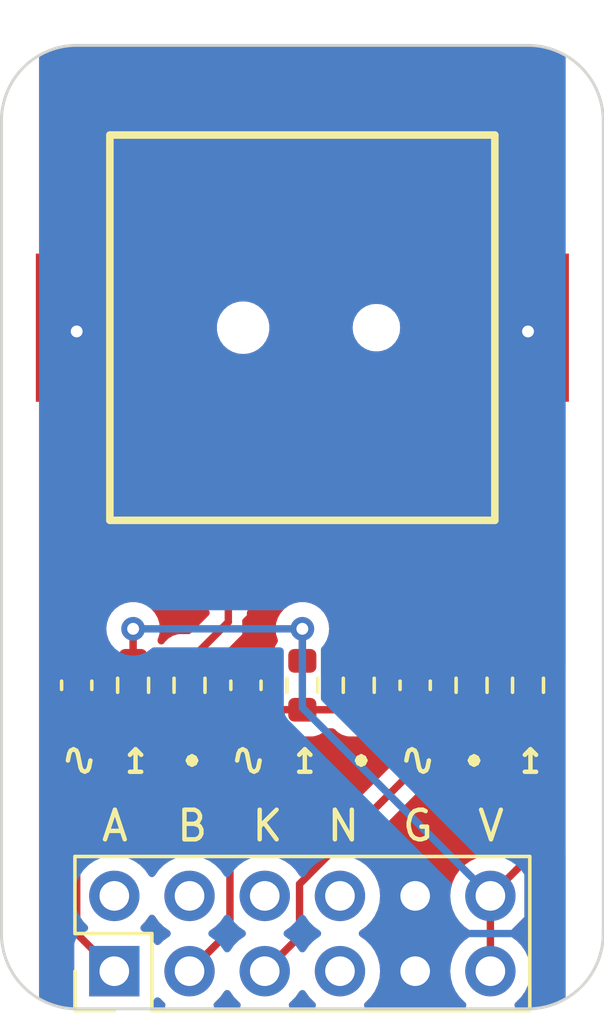
<source format=kicad_pcb>
(kicad_pcb (version 20221018) (generator pcbnew)
  (layers (0 "F.Cu" signal) (31 "B.Cu" signal) (34 "B.Paste" user) (35 "F.Paste" user) (36 "B.SilkS" user "B.Silkscreen") (37 "F.SilkS" user "F.Silkscreen") (38 "B.Mask" user) (39 "F.Mask" user) (44 "Edge.Cuts" user))
  (net 0 "")
  (net 1 "/EC11/EC11_A")
  (net 2 "GND")
  (net 3 "/EC11/EC11_B")
  (net 4 "/EC11/EC11_KEY")
  (net 5 "/PMOD_GPIO/IO4")
  (net 6 "/PMOD_GPIO/IO5")
  (net 7 "/PMOD_GPIO/IO6")
  (net 8 "/PMOD_GPIO/IO7")
  (net 9 "/PMOD_GPIO/IO8")
  (net 10 "+3V3")
  (net 11 "Net-(R3-Pad2)")
  (net 12 "Net-(R4-Pad2)")
  (net 13 "Net-(R5-Pad1)")
  (footprint "Resistor_SMD:R_0603_1608Metric" (layer "F.Cu") (at 128.905 80.5245 90)
    (fp_text reference "R4" hide)
    (fp_text value "470R" hide)
    (fp_line (start -0.237258 -0.5225) (end 0.237258 -0.5225) (stroke (width 0.12)) (layer "F.SilkS"))
    (fp_line (start -0.237258 0.5225) (end 0.237258 0.5225) (stroke (width 0.12)) (layer "F.SilkS"))
    (pad "1" smd roundrect (at -0.825 0 90) (size 0.8 0.95) (layers "F.Cu" "F.Paste" "F.Mask") (net 3 "/EC11/EC11_B"))
    (pad "2" smd roundrect (at 0.825 0 90) (size 0.8 0.95) (layers "F.Cu" "F.Paste" "F.Mask") (net 12 "Net-(R4-Pad2)"))
  )
  (footprint "Capacitor_SMD:C_0603_1608Metric" (layer "F.Cu") (at 119.38 80.5245 90)
    (fp_text reference "C1" hide)
    (fp_text value "10nF" hide)
    (fp_line (start -0.14058 -0.51) (end 0.14058 -0.51) (stroke (width 0.12)) (layer "F.SilkS"))
    (fp_line (start -0.14058 0.51) (end 0.14058 0.51) (stroke (width 0.12)) (layer "F.SilkS"))
    (pad "1" smd roundrect (at -0.775 0 90) (size 0.9 0.95) (layers "F.Cu" "F.Paste" "F.Mask") (net 1 "/EC11/EC11_A"))
    (pad "2" smd roundrect (at 0.775 0 90) (size 0.9 0.95) (layers "F.Cu" "F.Paste" "F.Mask") (net 2 "GND"))
  )
  (footprint "Resistor_SMD:R_0603_1608Metric" (layer "F.Cu") (at 127 80.5245 -90)
    (fp_text reference "R2" hide)
    (fp_text value "10K" hide)
    (fp_line (start -0.237258 -0.5225) (end 0.237258 -0.5225) (stroke (width 0.12)) (layer "F.SilkS"))
    (fp_line (start -0.237258 0.5225) (end 0.237258 0.5225) (stroke (width 0.12)) (layer "F.SilkS"))
    (pad "1" smd roundrect (at -0.825 0 270) (size 0.8 0.95) (layers "F.Cu" "F.Paste" "F.Mask") (net 10 "+3V3"))
    (pad "2" smd roundrect (at 0.825 0 270) (size 0.8 0.95) (layers "F.Cu" "F.Paste" "F.Mask") (net 3 "/EC11/EC11_B"))
  )
  (footprint "Resistor_SMD:R_0603_1608Metric" (layer "F.Cu") (at 121.285 80.5245 -90)
    (fp_text reference "R1" hide)
    (fp_text value "10K" hide)
    (fp_line (start -0.237258 -0.5225) (end 0.237258 -0.5225) (stroke (width 0.12)) (layer "F.SilkS"))
    (fp_line (start -0.237258 0.5225) (end 0.237258 0.5225) (stroke (width 0.12)) (layer "F.SilkS"))
    (pad "1" smd roundrect (at -0.825 0 270) (size 0.8 0.95) (layers "F.Cu" "F.Paste" "F.Mask") (net 10 "+3V3"))
    (pad "2" smd roundrect (at 0.825 0 270) (size 0.8 0.95) (layers "F.Cu" "F.Paste" "F.Mask") (net 1 "/EC11/EC11_A"))
  )
  (footprint "Resistor_SMD:R_0603_1608Metric" (layer "F.Cu") (at 134.62 80.5245 -90)
    (fp_text reference "R6" hide)
    (fp_text value "4.7K" hide)
    (fp_line (start -0.237258 -0.5225) (end 0.237258 -0.5225) (stroke (width 0.12)) (layer "F.SilkS"))
    (fp_line (start -0.237258 0.5225) (end 0.237258 0.5225) (stroke (width 0.12)) (layer "F.SilkS"))
    (pad "1" smd roundrect (at -0.825 0 270) (size 0.8 0.95) (layers "F.Cu" "F.Paste" "F.Mask") (net 10 "+3V3"))
    (pad "2" smd roundrect (at 0.825 0 270) (size 0.8 0.95) (layers "F.Cu" "F.Paste" "F.Mask") (net 4 "/EC11/EC11_KEY"))
  )
  (footprint "Resistor_SMD:R_0603_1608Metric" (layer "F.Cu") (at 132.715 80.5245 -90)
    (fp_text reference "R5" hide)
    (fp_text value "470R" hide)
    (fp_line (start -0.237258 -0.5225) (end 0.237258 -0.5225) (stroke (width 0.12)) (layer "F.SilkS"))
    (fp_line (start -0.237258 0.5225) (end 0.237258 0.5225) (stroke (width 0.12)) (layer "F.SilkS"))
    (pad "1" smd roundrect (at -0.825 0 270) (size 0.8 0.95) (layers "F.Cu" "F.Paste" "F.Mask") (net 13 "Net-(R5-Pad1)"))
    (pad "2" smd roundrect (at 0.825 0 270) (size 0.8 0.95) (layers "F.Cu" "F.Paste" "F.Mask") (net 4 "/EC11/EC11_KEY"))
  )
  (footprint "Capacitor_SMD:C_0603_1608Metric" (layer "F.Cu") (at 125.095 80.5245 90)
    (fp_text reference "C2" hide)
    (fp_text value "10nF" hide)
    (fp_line (start -0.14058 -0.51) (end 0.14058 -0.51) (stroke (width 0.12)) (layer "F.SilkS"))
    (fp_line (start -0.14058 0.51) (end 0.14058 0.51) (stroke (width 0.12)) (layer "F.SilkS"))
    (pad "1" smd roundrect (at -0.775 0 90) (size 0.9 0.95) (layers "F.Cu" "F.Paste" "F.Mask") (net 3 "/EC11/EC11_B"))
    (pad "2" smd roundrect (at 0.775 0 90) (size 0.9 0.95) (layers "F.Cu" "F.Paste" "F.Mask") (net 2 "GND"))
  )
  (footprint "Resistor_SMD:R_0603_1608Metric" (layer "F.Cu") (at 123.19 80.5245 90)
    (fp_text reference "R3" hide)
    (fp_text value "470R" hide)
    (fp_line (start -0.237258 -0.5225) (end 0.237258 -0.5225) (stroke (width 0.12)) (layer "F.SilkS"))
    (fp_line (start -0.237258 0.5225) (end 0.237258 0.5225) (stroke (width 0.12)) (layer "F.SilkS"))
    (pad "1" smd roundrect (at -0.825 0 90) (size 0.8 0.95) (layers "F.Cu" "F.Paste" "F.Mask") (net 1 "/EC11/EC11_A"))
    (pad "2" smd roundrect (at 0.825 0 90) (size 0.8 0.95) (layers "F.Cu" "F.Paste" "F.Mask") (net 11 "Net-(R3-Pad2)"))
  )
  (footprint "Capacitor_SMD:C_0603_1608Metric" (layer "F.Cu") (at 130.81 80.5245 90)
    (fp_text reference "C3" hide)
    (fp_text value "10nF" hide)
    (fp_line (start -0.14058 -0.51) (end 0.14058 -0.51) (stroke (width 0.12)) (layer "F.SilkS"))
    (fp_line (start -0.14058 0.51) (end 0.14058 0.51) (stroke (width 0.12)) (layer "F.SilkS"))
    (pad "1" smd roundrect (at -0.775 0 90) (size 0.9 0.95) (layers "F.Cu" "F.Paste" "F.Mask") (net 4 "/EC11/EC11_KEY"))
    (pad "2" smd roundrect (at 0.775 0 90) (size 0.9 0.95) (layers "F.Cu" "F.Paste" "F.Mask") (net 2 "GND"))
  )
  (footprint "my_connector:PMOD-HOST" (layer "F.Cu") (at 127 88.9 90)
    (fp_text reference "J2" hide)
    (fp_text value "Conn_02x06_Top_Bottom" hide)
    (fp_line (start -2.6 -7.68) (end -2.6 -6.35) (stroke (width 0.12)) (layer "F.SilkS"))
    (fp_line (start -2.6 -5.08) (end -2.6 7.68) (stroke (width 0.12)) (layer "F.SilkS"))
    (fp_line (start -1.27 -7.68) (end -2.6 -7.68) (stroke (width 0.12)) (layer "F.SilkS"))
    (fp_line (start 0 -7.68) (end 0 -5.08) (stroke (width 0.12)) (layer "F.SilkS"))
    (fp_line (start 0 -5.08) (end -2.6 -5.08) (stroke (width 0.12)) (layer "F.SilkS"))
    (fp_line (start 2.6 -7.68) (end 0 -7.68) (stroke (width 0.12)) (layer "F.SilkS"))
    (fp_line (start 2.6 -7.68) (end 2.6 7.68) (stroke (width 0.12)) (layer "F.SilkS"))
    (fp_line (start 2.6 7.68) (end -2.6 7.68) (stroke (width 0.12)) (layer "F.SilkS"))
    (pad "1" thru_hole rect (at -1.27 -6.35 90) (size 1.7 1.7) (drill 1) (layers "*.Cu" "*.Mask") (net 1 "/EC11/EC11_A"))
    (pad "2" thru_hole oval (at -1.27 -3.81 90) (size 1.7 1.7) (drill 1) (layers "*.Cu" "*.Mask") (net 3 "/EC11/EC11_B"))
    (pad "3" thru_hole oval (at -1.27 -1.27 90) (size 1.7 1.7) (drill 1) (layers "*.Cu" "*.Mask") (net 4 "/EC11/EC11_KEY"))
    (pad "4" thru_hole oval (at -1.27 1.27 90) (size 1.7 1.7) (drill 1) (layers "*.Cu" "*.Mask") (net 5 "/PMOD_GPIO/IO4"))
    (pad "5" thru_hole oval (at -1.27 3.81 90) (size 1.7 1.7) (drill 1) (layers "*.Cu" "*.Mask") (net 2 "GND"))
    (pad "6" thru_hole oval (at -1.27 6.35 90) (size 1.7 1.7) (drill 1) (layers "*.Cu" "*.Mask") (net 10 "+3V3"))
    (pad "7" thru_hole oval (at 1.27 -6.35 90) (size 1.7 1.7) (drill 1) (layers "*.Cu" "*.Mask") (net 6 "/PMOD_GPIO/IO5"))
    (pad "8" thru_hole oval (at 1.27 -3.81 90) (size 1.7 1.7) (drill 1) (layers "*.Cu" "*.Mask") (net 7 "/PMOD_GPIO/IO6"))
    (pad "9" thru_hole oval (at 1.27 -1.27 270) (size 1.7 1.7) (drill 1) (layers "*.Cu" "*.Mask") (net 8 "/PMOD_GPIO/IO7"))
    (pad "10" thru_hole oval (at 1.27 1.27 90) (size 1.7 1.7) (drill 1) (layers "*.Cu" "*.Mask") (net 9 "/PMOD_GPIO/IO8"))
    (pad "11" thru_hole oval (at 1.27 3.81 90) (size 1.7 1.7) (drill 1) (layers "*.Cu" "*.Mask") (net 2 "GND"))
    (pad "12" thru_hole oval (at 1.27 6.35 90) (size 1.7 1.7) (drill 1) (layers "*.Cu" "*.Mask") (net 10 "+3V3"))
  )
  (footprint "my_footprint:EC11_TP" (layer "F.Cu") (at 127 68.4595)
    (fp_text reference "U1" hide)
    (fp_text value "~" hide)
    (fp_line (start -6.5 -6.5) (end 6.5 -6.5) (stroke (width 0.254)) (layer "F.SilkS"))
    (fp_line (start -6.5 6.5) (end -6.5 -6.5) (stroke (width 0.254)) (layer "F.SilkS"))
    (fp_line (start 6.5 -6.5) (end 6.5 6.5) (stroke (width 0.254)) (layer "F.SilkS"))
    (fp_line (start 6.5 6.5) (end -6.5 6.5) (stroke (width 0.254)) (layer "F.SilkS"))
    (pad "" np_thru_hole circle (at -2 0) (size 1.27 1.27) (drill 1.27) (layers "F&B.Cu" "*.Mask"))
    (pad "" np_thru_hole circle (at 2.5 0) (size 1.1 1.1) (drill 1.1) (layers "F&B.Cu" "*.Mask"))
    (pad "A" smd rect (at -2.5 8) (size 1.3 2) (layers "F.Cu" "F.Paste" "F.Mask") (net 11 "Net-(R3-Pad2)"))
    (pad "B" smd rect (at 2.5 8) (size 1.3 2) (layers "F.Cu" "F.Paste" "F.Mask") (net 12 "Net-(R4-Pad2)"))
    (pad "C" smd rect (at 0 8) (size 1.3 2) (layers "F.Cu" "F.Paste" "F.Mask") (net 2 "GND"))
    (pad "D" smd rect (at -2.5 -8) (size 1.3 2) (layers "F.Cu" "F.Paste" "F.Mask") (net 2 "GND"))
    (pad "E" smd rect (at 2.5 -8) (size 1.3 2) (layers "F.Cu" "F.Paste" "F.Mask") (net 13 "Net-(R5-Pad1)"))
    (pad "S" smd rect (at -7.5 0) (size 3 5) (layers "F.Cu" "F.Paste" "F.Mask") (net 2 "GND"))
    (pad "S" smd rect (at 7.5 0) (size 3 5) (layers "F.Cu" "F.Paste" "F.Mask") (net 2 "GND"))
  )
  (gr_line (start 134.62 58.9345) (end 119.38 58.9345) (stroke (width 0.1)) (layer "Edge.Cuts"))
  (gr_arc (start 116.84 61.4745) (mid 117.583949 59.678449) (end 119.38 58.9345) (stroke (width 0.1)) (layer "Edge.Cuts"))
  (gr_arc (start 137.16 88.9) (mid 136.416051 90.696051) (end 134.62 91.44) (stroke (width 0.1)) (layer "Edge.Cuts"))
  (gr_line (start 137.16 61.4745) (end 137.16 88.9) (stroke (width 0.1)) (layer "Edge.Cuts"))
  (gr_arc (start 134.62 58.9345) (mid 136.416051 59.678449) (end 137.16 61.4745) (stroke (width 0.1)) (layer "Edge.Cuts"))
  (gr_line (start 116.84 61.4745) (end 116.84 88.9) (stroke (width 0.1)) (layer "Edge.Cuts"))
  (gr_line (start 134.62 91.44) (end 119.38 91.44) (stroke (width 0.1)) (layer "Edge.Cuts"))
  (gr_arc (start 119.38 91.44) (mid 117.583949 90.696051) (end 116.84 88.9) (stroke (width 0.1)) (layer "Edge.Cuts"))
  (gr_text "V" (at 132.842 85.852) (layer "F.SilkS") (effects (font (size 1 1)) (justify left bottom)))
  (gr_text "N" (at 127.762 85.852) (layer "F.SilkS") (effects (font (size 1 1)) (justify left bottom)))
  (gr_text "∿" (at 118.745 83.5725) (layer "F.SilkS") (effects (font (size 1 1)) (justify left bottom)))
  (gr_text "B" (at 122.682 85.852) (layer "F.SilkS") (effects (font (size 1 1)) (justify left bottom)))
  (gr_text "↥" (at 133.985 83.5725) (layer "F.SilkS") (effects (font (size 1 1)) (justify left bottom)))
  (gr_text "•" (at 128.27 83.5725) (layer "F.SilkS") (effects (font (size 1 1)) (justify left bottom)))
  (gr_text "↥" (at 126.365 83.5725) (layer "F.SilkS") (effects (font (size 1 1)) (justify left bottom)))
  (gr_text "•" (at 132.08 83.5725) (layer "F.SilkS") (effects (font (size 1 1)) (justify left bottom)))
  (gr_text "∿" (at 124.46 83.5725) (layer "F.SilkS") (effects (font (size 1 1)) (justify left bottom)))
  (gr_text "K" (at 125.222 85.852) (layer "F.SilkS") (effects (font (size 1 1)) (justify left bottom)))
  (gr_text "A" (at 120.142 85.852) (layer "F.SilkS") (effects (font (size 1 1)) (justify left bottom)))
  (gr_text "↥" (at 120.65 83.5725) (layer "F.SilkS") (effects (font (size 1 1)) (justify left bottom)))
  (gr_text "G" (at 130.302 85.852) (layer "F.SilkS") (effects (font (size 1 1)) (justify left bottom)))
  (gr_text "•" (at 122.555 83.5725) (layer "F.SilkS") (effects (font (size 1 1)) (justify left bottom)))
  (gr_text "∿" (at 130.175 83.5725) (layer "F.SilkS") (effects (font (size 1 1)) (justify left bottom)))
  (segment (start 123.19 81.3495) (end 121.285 81.3495) (width 0.25) (layer "F.Cu") (net 1))
  (segment (start 120.65 90.17) (end 119.38 88.9) (width 0.25) (layer "F.Cu") (net 1))
  (segment (start 119.38 88.9) (end 119.38 81.2995) (width 0.25) (layer "F.Cu") (net 1))
  (segment (start 121.285 81.3495) (end 119.43 81.3495) (width 0.25) (layer "F.Cu") (net 1))
  (segment (start 119.43 81.3495) (end 119.38 81.2995) (width 0.25) (layer "F.Cu") (net 1))
  (segment (start 125.095 79.7495) (end 125.095 78.3645) (width 0.25) (layer "F.Cu") (net 2))
  (segment (start 130.81 75.1905) (end 125.089 69.4695) (width 0.25) (layer "F.Cu") (net 2))
  (segment (start 125.095 78.3645) (end 127 76.4595) (width 0.25) (layer "F.Cu") (net 2))
  (segment (start 131.485 80.4245) (end 133.207462 80.4245) (width 0.25) (layer "F.Cu") (net 2))
  (segment (start 119.38 68.4595) (end 119.5 68.4595) (width 0.25) (layer "F.Cu") (net 2))
  (segment (start 130.81 79.7495) (end 131.485 80.4245) (width 0.25) (layer "F.Cu") (net 2))
  (segment (start 134.62 68.4595) (end 134.62 68.5865) (width 0.25) (layer "F.Cu") (net 2))
  (segment (start 120.51 69.4695) (end 119.5 68.4595) (width 0.25) (layer "F.Cu") (net 2))
  (segment (start 130.81 88.402462) (end 130.81 90.17) (width 0.25) (layer "F.Cu") (net 2))
  (segment (start 134.62 68.3395) (end 134.5 68.4595) (width 0.25) (layer "F.Cu") (net 2))
  (segment (start 119.5 65.4595) (end 124.5 60.4595) (width 0.25) (layer "F.Cu") (net 2))
  (segment (start 119.38 79.7495) (end 119.5 79.6295) (width 0.25) (layer "F.Cu") (net 2))
  (segment (start 119.38 68.5865) (end 119.38 68.4595) (width 0.25) (layer "F.Cu") (net 2))
  (segment (start 130.81 90.17) (end 130.81 87.63) (width 0.25) (layer "F.Cu") (net 2))
  (segment (start 127 76.4595) (end 127 75.9595) (width 0.25) (layer "F.Cu") (net 2))
  (segment (start 130.81 79.7495) (end 130.81 75.1905) (width 0.25) (layer "F.Cu") (net 2))
  (segment (start 133.207462 80.4245) (end 133.515 80.116962) (width 0.25) (layer "F.Cu") (net 2))
  (segment (start 119.5 79.6295) (end 119.38 68.5865) (width 0.25) (layer "F.Cu") (net 2))
  (segment (start 134.62 68.5865) (end 134.62 68.3395) (width 0.25) (layer "F.Cu") (net 2))
  (segment (start 133.515 80.116962) (end 133.515 69.4445) (width 0.25) (layer "F.Cu") (net 2))
  (segment (start 134.5 68.4595) (end 134.62 68.4595) (width 0.25) (layer "F.Cu") (net 2))
  (segment (start 119.5 68.4595) (end 119.5 65.4595) (width 0.25) (layer "F.Cu") (net 2))
  (segment (start 127 75.9595) (end 119.5 68.4595) (width 0.25) (layer "F.Cu") (net 2))
  (segment (start 125.089 69.4695) (end 120.51 69.4695) (width 0.25) (layer "F.Cu") (net 2))
  (via (at 119.38 68.5865) (size 0.8) (drill 0.4) (layers "F.Cu" "B.Cu") (net 2))
  (via (at 134.62 68.5865) (size 0.8) (drill 0.4) (layers "F.Cu" "B.Cu") (net 2))
  (segment (start 134.62 88.392) (end 134.62 68.5865) (width 0.25) (layer "B.Cu") (net 2))
  (segment (start 130.81 87.63) (end 132.08 88.9) (width 0.25) (layer "B.Cu") (net 2))
  (segment (start 133.737 69.4695) (end 120.263 69.4695) (width 0.25) (layer "B.Cu") (net 2))
  (segment (start 120.263 69.4695) (end 119.38 68.5865) (width 0.25) (layer "B.Cu") (net 2))
  (segment (start 134.62 68.5865) (end 133.737 69.4695) (width 0.25) (layer "B.Cu") (net 2))
  (segment (start 132.08 88.9) (end 134.112 88.9) (width 0.25) (layer "B.Cu") (net 2))
  (segment (start 134.112 88.9) (end 134.62 88.392) (width 0.25) (layer "B.Cu") (net 2))
  (segment (start 128.905 81.3495) (end 127 81.3495) (width 0.25) (layer "F.Cu") (net 3))
  (segment (start 123.19 90.17) (end 124.555 88.805) (width 0.25) (layer "F.Cu") (net 3))
  (segment (start 127 81.3495) (end 125.145 81.3495) (width 0.25) (layer "F.Cu") (net 3))
  (segment (start 124.555 81.8395) (end 125.095 81.2995) (width 0.25) (layer "F.Cu") (net 3))
  (segment (start 125.145 81.3495) (end 125.095 81.2995) (width 0.25) (layer "F.Cu") (net 3))
  (segment (start 124.555 88.805) (end 124.555 81.8395) (width 0.25) (layer "F.Cu") (net 3))
  (segment (start 130.81 83.325) (end 130.81 81.2995) (width 0.25) (layer "F.Cu") (net 4))
  (segment (start 130.81 83.325) (end 126.905 87.23) (width 0.25) (layer "F.Cu") (net 4))
  (segment (start 134.62 81.3495) (end 132.715 81.3495) (width 0.25) (layer "F.Cu") (net 4))
  (segment (start 132.715 81.3495) (end 130.86 81.3495) (width 0.25) (layer "F.Cu") (net 4))
  (segment (start 130.86 81.3495) (end 130.81 81.2995) (width 0.25) (layer "F.Cu") (net 4))
  (segment (start 126.905 88.995) (end 125.73 90.17) (width 0.25) (layer "F.Cu") (net 4))
  (segment (start 126.905 87.23) (end 126.905 88.995) (width 0.25) (layer "F.Cu") (net 4))
  (segment (start 135.636 80.7155) (end 134.62 79.6995) (width 0.25) (layer "F.Cu") (net 10))
  (segment (start 121.285 79.6995) (end 121.285 78.6195) (width 0.25) (layer "F.Cu") (net 10))
  (segment (start 133.35 90.17) (end 133.35 87.63) (width 0.25) (layer "F.Cu") (net 10))
  (segment (start 135.636 85.344) (end 135.636 80.7155) (width 0.25) (layer "F.Cu") (net 10))
  (segment (start 127 79.6995) (end 127 78.6195) (width 0.25) (layer "F.Cu") (net 10))
  (segment (start 133.35 87.63) (end 135.636 85.344) (width 0.25) (layer "F.Cu") (net 10))
  (via (at 127 78.6195) (size 0.8) (drill 0.4) (layers "F.Cu" "B.Cu") (net 10))
  (via (at 121.285 78.6195) (size 0.8) (drill 0.4) (layers "F.Cu" "B.Cu") (net 10))
  (segment (start 127 78.6195) (end 127 81.28) (width 0.25) (layer "B.Cu") (net 10))
  (segment (start 127 78.6195) (end 121.285 78.6195) (width 0.25) (layer "B.Cu") (net 10))
  (segment (start 127 81.28) (end 133.35 87.63) (width 0.25) (layer "B.Cu") (net 10))
  (segment (start 123.19 79.6995) (end 124.5 78.3895) (width 0.25) (layer "F.Cu") (net 11))
  (segment (start 124.5 78.3895) (end 124.5 76.4595) (width 0.25) (layer "F.Cu") (net 11))
  (segment (start 128.905 79.6995) (end 129.5 79.1045) (width 0.25) (layer "F.Cu") (net 12))
  (segment (start 129.5 79.1045) (end 129.5 76.4595) (width 0.25) (layer "F.Cu") (net 12))
  (segment (start 130.425 61.3845) (end 129.5 60.4595) (width 0.25) (layer "F.Cu") (net 13))
  (segment (start 130.425 68.842648) (end 130.425 61.3845) (width 0.25) (layer "F.Cu") (net 13))
  (segment (start 132.715 79.6995) (end 132.715 71.132648) (width 0.25) (layer "F.Cu") (net 13))
  (segment (start 132.715 71.132648) (end 130.425 68.842648) (width 0.25) (layer "F.Cu") (net 13))
  (zone (net 2) (net_name "GND") (layer "F.Cu") (connect_pads yes (clearance 0.5)) (min_thickness 0.25) (fill yes (thermal_gap 0.5) (thermal_bridge_width 0.5) (island_removal_mode 1) (island_area_min 10))
    (polygon (pts (xy 118.11 58.674) (xy 135.89 58.674) (xy 135.89 91.44) (xy 118.11 91.44)))
  )
  (zone (net 2) (net_name "GND") (layer "B.Cu") (priority 1) (connect_pads yes (clearance 0.5)) (min_thickness 0.25) (fill yes (thermal_gap 0.5) (thermal_bridge_width 0.5) (island_removal_mode 1) (island_area_min 10))
    (polygon (pts (xy 118.11 57.404) (xy 135.89 57.404) (xy 135.89 91.44) (xy 118.11 91.44)))
  )
)
</source>
